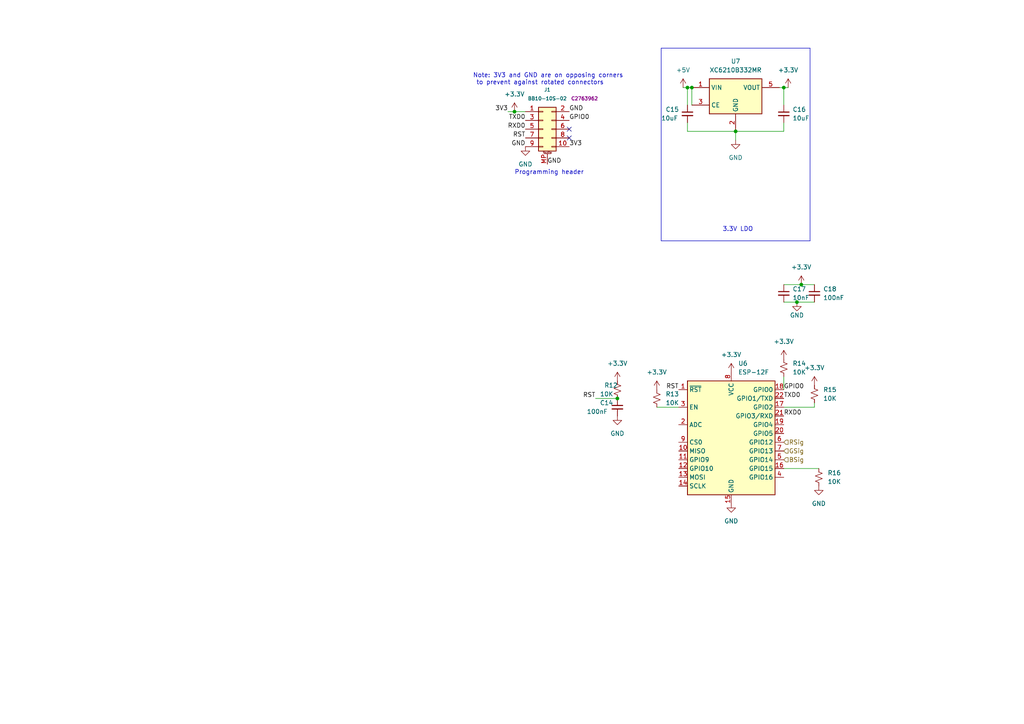
<source format=kicad_sch>
(kicad_sch (version 20230121) (generator eeschema)
  (paper "A4")
  (lib_symbols
    (symbol "Connector_Generic_MountingPin:Conn_02x05_Odd_Even_MountingPin" (pin_names (offset 1.016) hide)
      (property "Reference" "J" (at 1.27 7.62 0))
      (property "Value" "Conn_02x05_Odd_Even_MountingPin" (at 2.54 -7.62 0))
      (symbol "Conn_02x05_Odd_Even_MountingPin_1_1"
        (rectangle (start -1.27 -4.953) (end 0 -5.207) (stroke (width 0.1524)))
        (rectangle (start -1.27 -2.413) (end 0 -2.667) (stroke (width 0.1524)))
        (rectangle (start -1.27 0.127) (end 0 -0.127) (stroke (width 0.1524)))
        (rectangle (start -1.27 2.667) (end 0 2.413) (stroke (width 0.1524)))
        (rectangle (start -1.27 5.207) (end 0 4.953) (stroke (width 0.1524)))
        (rectangle (start -1.27 6.35) (end 3.81 -6.35) (stroke (width 0.254)) (fill (type background)))
        (polyline (pts (xy 0.254 -7.112) (xy 2.286 -7.112)) (stroke (width 0.1524)))
        (rectangle (start 3.81 -4.953) (end 2.54 -5.207) (stroke (width 0.1524)))
        (rectangle (start 3.81 -2.413) (end 2.54 -2.667) (stroke (width 0.1524)))
        (rectangle (start 3.81 0.127) (end 2.54 -0.127) (stroke (width 0.1524)))
        (rectangle (start 3.81 2.667) (end 2.54 2.413) (stroke (width 0.1524)))
        (rectangle (start 3.81 5.207) (end 2.54 4.953) (stroke (width 0.1524)))
        (text "Mounting" (at 1.27 -6.731 0) (effects (font (size 0.381 0.381))))
        (pin passive line (at -5.08 5.08 0) (length 3.81) (name "Pin_1") (number "1"))
        (pin passive line (at 7.62 -5.08 180) (length 3.81) (name "Pin_10") (number "10"))
        (pin passive line (at 7.62 5.08 180) (length 3.81) (name "Pin_2") (number "2"))
        (pin passive line (at -5.08 2.54 0) (length 3.81) (name "Pin_3") (number "3"))
        (pin passive line (at 7.62 2.54 180) (length 3.81) (name "Pin_4") (number "4"))
        (pin passive line (at -5.08 0 0) (length 3.81) (name "Pin_5") (number "5"))
        (pin passive line (at 7.62 0 180) (length 3.81) (name "Pin_6") (number "6"))
        (pin passive line (at -5.08 -2.54 0) (length 3.81) (name "Pin_7") (number "7"))
        (pin passive line (at 7.62 -2.54 180) (length 3.81) (name "Pin_8") (number "8"))
        (pin passive line (at -5.08 -5.08 0) (length 3.81) (name "Pin_9") (number "9"))
        (pin passive line (at 1.27 -10.16 90) (length 3.048) (name "MountPin") (number "MP"))
      )
    )
    (symbol "Device:C_Small" (pin_numbers hide) (pin_names (offset 0.254) hide)
      (property "Reference" "C" (at 0.254 1.778 0))
      (property "Value" "C_Small" (at 0.254 -2.032 0))
      (symbol "C_Small_0_1"
        (polyline (pts (xy -1.524 -0.508) (xy 1.524 -0.508)) (stroke (width 0.3302)))
        (polyline (pts (xy -1.524 0.508) (xy 1.524 0.508)) (stroke (width 0.3048)))
      )
      (symbol "C_Small_1_1"
        (pin passive line (at 0 2.54 270) (length 2.032) (name "~") (number "1"))
        (pin passive line (at 0 -2.54 90) (length 2.032) (name "~") (number "2"))
      )
    )
    (symbol "Device:R_Small_US" (pin_numbers hide) (pin_names (offset 0.254) hide)
      (property "Reference" "R" (at 0.762 0.508 0))
      (property "Value" "R_Small_US" (at 0.762 -1.016 0))
      (symbol "R_Small_US_1_1"
        (polyline (pts (xy 0 0) (xy 1.016 -0.381) (xy 0 -0.762) (xy -1.016 -1.143) (xy 0 -1.524)))
        (polyline (pts (xy 0 1.524) (xy 1.016 1.143) (xy 0 0.762) (xy -1.016 0.381) (xy 0 0)))
        (pin passive line (at 0 2.54 270) (length 1.016) (name "~") (number "1"))
        (pin passive line (at 0 -2.54 90) (length 1.016) (name "~") (number "2"))
      )
    )
    (symbol "RF_Module:ESP-12F"
      (property "Reference" "U" (at -12.7 19.05 0))
      (property "Value" "ESP-12F" (at 12.7 19.05 0))
      (symbol "ESP-12F_0_1"
        (rectangle (start -12.7 17.78) (end 12.7 -15.24) (stroke (width 0.254)) (fill (type background)))
      )
      (symbol "ESP-12F_1_1"
        (pin input line (at -15.24 15.24 0) (length 2.54) (name "~{RST}") (number "1"))
        (pin bidirectional line (at -15.24 -2.54 0) (length 2.54) (name "MISO") (number "10"))
        (pin bidirectional line (at -15.24 -5.08 0) (length 2.54) (name "GPIO9") (number "11"))
        (pin bidirectional line (at -15.24 -7.62 0) (length 2.54) (name "GPIO10") (number "12"))
        (pin bidirectional line (at -15.24 -10.16 0) (length 2.54) (name "MOSI") (number "13"))
        (pin bidirectional line (at -15.24 -12.7 0) (length 2.54) (name "SCLK") (number "14"))
        (pin power_in line (at 0 -17.78 90) (length 2.54) (name "GND") (number "15"))
        (pin bidirectional line (at 15.24 -7.62 180) (length 2.54) (name "GPIO15") (number "16"))
        (pin bidirectional line (at 15.24 10.16 180) (length 2.54) (name "GPIO2") (number "17"))
        (pin bidirectional line (at 15.24 15.24 180) (length 2.54) (name "GPIO0") (number "18"))
        (pin bidirectional line (at 15.24 5.08 180) (length 2.54) (name "GPIO4") (number "19"))
        (pin input line (at -15.24 5.08 0) (length 2.54) (name "ADC") (number "2"))
        (pin bidirectional line (at 15.24 2.54 180) (length 2.54) (name "GPIO5") (number "20"))
        (pin bidirectional line (at 15.24 7.62 180) (length 2.54) (name "GPIO3/RXD") (number "21"))
        (pin bidirectional line (at 15.24 12.7 180) (length 2.54) (name "GPIO1/TXD") (number "22"))
        (pin input line (at -15.24 10.16 0) (length 2.54) (name "EN") (number "3"))
        (pin bidirectional line (at 15.24 -10.16 180) (length 2.54) (name "GPIO16") (number "4"))
        (pin bidirectional line (at 15.24 -5.08 180) (length 2.54) (name "GPIO14") (number "5"))
        (pin bidirectional line (at 15.24 0 180) (length 2.54) (name "GPIO12") (number "6"))
        (pin bidirectional line (at 15.24 -2.54 180) (length 2.54) (name "GPIO13") (number "7"))
        (pin power_in line (at 0 20.32 270) (length 2.54) (name "VCC") (number "8"))
        (pin input line (at -15.24 0 0) (length 2.54) (name "CS0") (number "9"))
      )
    )
    (symbol "Regulator_Linear:XC6210B332MR"
      (property "Reference" "U" (at 0 8.89 0))
      (property "Value" "XC6210B332MR" (at 0 6.35 0))
      (symbol "XC6210B332MR_0_1"
        (rectangle (start -7.62 5.08) (end 7.62 -5.08) (stroke (width 0.254)) (fill (type background)))
      )
      (symbol "XC6210B332MR_1_1"
        (pin power_in line (at -12.7 2.54 0) (length 5.08) (name "VIN") (number "1"))
        (pin power_in line (at 0 -10.16 90) (length 5.08) (name "GND") (number "2"))
        (pin input line (at -12.7 -2.54 0) (length 5.08) (name "CE") (number "3"))
        (pin no_connect line (at 7.62 -2.54 180) (length 5.08) hide (name "NC") (number "4"))
        (pin power_out line (at 12.7 2.54 180) (length 5.08) (name "VOUT") (number "5"))
      )
    )
    (symbol "power:+3.3V" (power) (pin_names (offset 0))
      (property "Value" "+3.3V" (at 0 3.556 0))
      (symbol "+3.3V_0_1"
        (polyline (pts (xy -0.762 1.27) (xy 0 2.54)))
        (polyline (pts (xy 0 0) (xy 0 2.54)))
        (polyline (pts (xy 0 2.54) (xy 0.762 1.27)))
      )
      (symbol "+3.3V_1_1"
        (pin power_in line (at 0 0 90) (length 0) hide (name "+3.3V") (number "1"))
      )
    )
    (symbol "power:+5V" (power) (pin_names (offset 0))
      (property "Value" "+5V" (at 0 3.556 0))
      (symbol "+5V_0_1"
        (polyline (pts (xy -0.762 1.27) (xy 0 2.54)))
        (polyline (pts (xy 0 0) (xy 0 2.54)))
        (polyline (pts (xy 0 2.54) (xy 0.762 1.27)))
      )
      (symbol "+5V_1_1"
        (pin power_in line (at 0 0 90) (length 0) hide (name "+5V") (number "1"))
      )
    )
    (symbol "power:GND" (power) (pin_names (offset 0))
      (property "Value" "GND" (at 0 -3.81 0))
      (symbol "GND_0_1"
        (polyline (pts (xy 0 0) (xy 0 -1.27) (xy 1.27 -1.27) (xy 0 -2.54) (xy -1.27 -1.27) (xy 0 -1.27)))
      )
      (symbol "GND_1_1"
        (pin power_in line (at 0 0 270) (length 0) hide (name "GND") (number "1"))
      )
    )
  )
  (junction (at 232.41 82.55))
  (junction (at 231.14 87.63))
  (junction (at 149.225 32.385))
  (junction (at 227.33 25.4))
  (junction (at 213.36 38.1))
  (junction (at 179.07 115.57))
  (junction (at 199.39 25.4))
  (junction (at 200.66 25.4))
  (no_connect (at 165.1 40.005))
  (no_connect (at 165.1 37.465))
  (wire (pts (xy 227.33 25.4) (xy 228.6 25.4)))
  (wire (pts (xy 200.66 25.4) (xy 200.66 30.48)))
  (wire (pts (xy 226.06 25.4) (xy 227.33 25.4)))
  (wire (pts (xy 198.12 25.4) (xy 199.39 25.4)))
  (wire (pts (xy 227.33 87.63) (xy 231.14 87.63)))
  (polyline (pts (xy 191.77 13.97) (xy 191.77 69.85)))
  (wire (pts (xy 190.5 118.11) (xy 196.85 118.11)))
  (wire (pts (xy 227.33 109.22) (xy 227.33 113.03)))
  (wire (pts (xy 213.36 38.1) (xy 213.36 40.64)))
  (polyline (pts (xy 191.77 13.97) (xy 234.95 13.97)))
  (wire (pts (xy 227.33 118.11) (xy 236.22 118.11)))
  (wire (pts (xy 231.14 87.63) (xy 236.22 87.63)))
  (wire (pts (xy 227.33 135.89) (xy 237.49 135.89)))
  (wire (pts (xy 172.72 115.57) (xy 179.07 115.57)))
  (wire (pts (xy 232.41 82.55) (xy 227.33 82.55)))
  (wire (pts (xy 213.36 38.1) (xy 199.39 38.1)))
  (wire (pts (xy 199.39 38.1) (xy 199.39 35.56)))
  (wire (pts (xy 227.33 35.56) (xy 227.33 38.1)))
  (wire (pts (xy 236.22 118.11) (xy 236.22 116.84)))
  (wire (pts (xy 147.32 32.385) (xy 149.225 32.385)))
  (polyline (pts (xy 234.95 69.85) (xy 234.95 13.97)))
  (polyline (pts (xy 191.77 69.85) (xy 234.95 69.85)))
  (wire (pts (xy 227.33 30.48) (xy 227.33 25.4)))
  (wire (pts (xy 199.39 25.4) (xy 200.66 25.4)))
  (wire (pts (xy 213.36 38.1) (xy 227.33 38.1)))
  (wire (pts (xy 149.225 32.385) (xy 152.4 32.385)))
  (wire (pts (xy 199.39 30.48) (xy 199.39 25.4)))
  (wire (pts (xy 232.41 82.55) (xy 236.22 82.55)))
  (text "Programming header\n" (at 149.225 50.8 0) (effects (font (size 1.27 1.27)) (justify left bottom)))
  (text "3.3V LDO\n" (at 209.55 67.31 0) (effects (font (size 1.27 1.27)) (justify left bottom)))
  (text "Note: 3V3 and GND are on opposing corners\n to prevent against rotated connectors\n" (at 137.16 24.765 0) (effects (font (size 1.27 1.27)) (justify left bottom)))
  (label "GPIO0" (at 227.33 113.03 0))
  (label "RST" (at 172.72 115.57 180))
  (label "RST" (at 152.4 40.005 180))
  (label "RXD0" (at 152.4 37.465 180))
  (label "GND" (at 152.4 42.545 180))
  (label "3V3" (at 147.32 32.385 180))
  (label "RXD0" (at 227.33 120.65 0))
  (label "TXD0" (at 227.33 115.57 0))
  (label "GND" (at 158.75 47.625 0))
  (label "GPIO0" (at 165.1 34.925 0))
  (label "GND" (at 165.1 32.385 0))
  (label "TXD0" (at 152.4 34.925 180))
  (label "RST" (at 196.85 113.03 180))
  (label "3V3" (at 165.1 42.545 0))
  (hierarchical_label "GSig" (shape input) (at 227.33 130.81 0))
  (hierarchical_label "RSig" (shape input) (at 227.33 128.27 0))
  (hierarchical_label "BSig" (shape input) (at 227.33 133.35 0))
  (symbol (lib_id "Device:R_Small_US") (at 237.49 138.43 0) (unit 1)
    (property "Reference" "R16" (at 240.03 137.1599 0) (effects (justify left)))
    (property "Value" "10K" (at 240.03 139.6999 0) (effects (justify left)))
    (property "Footprint" "Resistor_SMD:R_0402_1005Metric" (effects hide))
    (property "LCSC Part Number" "C25744" (effects hide))
    (property "LCSC" "C25744" (effects hide))
  )
  (symbol (lib_id "power:GND") (at 231.14 87.63 0) (unit 1)
    (property "Reference" "#PWR022" (effects hide))
    (property "Value" "GND" (at 231.14 91.44 0))
  )
  (symbol (lib_id "power:+3.3V") (at 149.225 32.385 0) (unit 1)
    (property "Reference" "#PWR010" (effects hide))
    (property "Value" "+3.3V" (at 149.225 27.305 0))
  )
  (symbol (lib_id "Device:C_Small") (at 179.07 118.11 0) (unit 1)
    (property "Reference" "C14" (at 173.99 116.84 0) (effects (justify left)))
    (property "Value" "100nF" (at 170.18 119.38 0) (effects (justify left)))
    (property "Footprint" "Capacitor_SMD:C_0402_1005Metric" (effects hide))
    (property "LCSC Part Number" "C1525" (effects hide))
    (property "LCSC" "C1525" (effects hide))
  )
  (symbol (lib_id "power:GND") (at 179.07 120.65 0) (unit 1)
    (property "Reference" "#PWR014" (effects hide))
    (property "Value" "GND" (at 179.07 125.73 0))
  )
  (symbol (lib_id "Device:R_Small_US") (at 179.07 113.03 180) (unit 1)
    (property "Reference" "R12" (at 175.26 111.76 0) (effects (justify right)))
    (property "Value" "10K" (at 173.99 114.3 0) (effects (justify right)))
    (property "Footprint" "Resistor_SMD:R_0402_1005Metric" (effects hide))
    (property "LCSC Part Number" "C25744" (effects hide))
    (property "LCSC" "C25744" (effects hide))
  )
  (symbol (lib_id "power:+3.3V") (at 212.09 107.95 0) (unit 1)
    (property "Reference" "#PWR017" (effects hide))
    (property "Value" "+3.3V" (at 212.09 102.87 0))
  )
  (symbol (lib_id "Device:C_Small") (at 227.33 85.09 0) (unit 1)
    (property "Reference" "C17" (at 229.87 83.8262 0) (effects (justify left)))
    (property "Value" "10nF" (at 229.87 86.3662 0) (effects (justify left)))
    (property "Footprint" "Capacitor_SMD:C_0402_1005Metric" (effects hide))
    (property "LCSC Part Number" "C15195" (effects hide))
    (property "LCSC" "C15195" (effects hide))
  )
  (symbol (lib_id "power:GND") (at 212.09 146.05 0) (unit 1)
    (property "Reference" "#PWR018" (effects hide))
    (property "Value" "GND" (at 212.09 151.13 0))
  )
  (symbol (lib_id "power:+3.3V") (at 232.41 82.55 0) (unit 1)
    (property "Reference" "#PWR023" (effects hide))
    (property "Value" "+3.3V" (at 232.41 77.47 0))
  )
  (symbol (lib_id "Device:C_Small") (at 236.22 85.09 0) (unit 1)
    (property "Reference" "C18" (at 238.76 83.8262 0) (effects (justify left)))
    (property "Value" "100nF" (at 238.76 86.3662 0) (effects (justify left)))
    (property "Footprint" "Capacitor_SMD:C_0402_1005Metric" (effects hide))
    (property "LCSC Part Number" "C1525" (effects hide))
    (property "LCSC" "C1525" (effects hide))
  )
  (symbol (lib_id "Connector_Generic_MountingPin:Conn_02x05_Odd_Even_MountingPin") (at 157.48 37.465 0) (unit 1)
    (property "Reference" "J1" (at 158.75 26.035 0) (effects (font (size 1 1))))
    (property "Value" "BB10-10S-02" (at 158.75 28.575 0) (effects (font (size 1 1))))
    (property "Footprint" "WS_LCSC_Connectors:YXT-BB10-10S-02" (effects hide))
    (property "LCSC" "C2763962" (at 169.545 28.575 0) (effects (font (size 1 1))))
  )
  (symbol (lib_id "Regulator_Linear:XC6210B332MR") (at 213.36 27.94 0) (unit 1)
    (property "Reference" "U7" (at 213.36 17.78 0))
    (property "Value" "XC6210B332MR" (at 213.36 20.32 0))
    (property "Footprint" "Package_TO_SOT_SMD:SOT-23-5" (effects hide))
    (property "Datasheet" "https://www.torexsemi.com/file/xc6210/XC6210.pdf" (effects hide))
    (property "LCSC Part Number" "C424705" (effects hide))
    (property "LCSC" "C424705" (effects hide))
  )
  (symbol (lib_id "Device:R_Small_US") (at 190.5 115.57 180) (unit 1)
    (property "Reference" "R13" (at 193.04 114.2999 0) (effects (justify right)))
    (property "Value" "10K" (at 193.04 116.8399 0) (effects (justify right)))
    (property "Footprint" "Resistor_SMD:R_0402_1005Metric" (effects hide))
    (property "LCSC Part Number" "C25744" (effects hide))
    (property "LCSC" "C25744" (effects hide))
  )
  (symbol (lib_id "Device:R_Small_US") (at 236.22 114.3 0) (unit 1)
    (property "Reference" "R15" (at 238.76 113.0299 0) (effects (justify left)))
    (property "Value" "10K" (at 238.76 115.5699 0) (effects (justify left)))
    (property "Footprint" "Resistor_SMD:R_0402_1005Metric" (effects hide))
    (property "LCSC Part Number" "C25744" (effects hide))
    (property "LCSC" "C25744" (effects hide))
  )
  (symbol (lib_id "RF_Module:ESP-12F") (at 212.09 128.27 0) (unit 1)
    (property "Reference" "U6" (at 214.1094 105.41 0) (effects (justify left)))
    (property "Value" "ESP-12F" (at 214.1094 107.95 0) (effects (justify left)))
    (property "Footprint" "RF_Module:ESP-12E" (effects hide))
    (property "Datasheet" "http://wiki.ai-thinker.com/_media/esp8266/esp8266_series_modules_user_manual_v1.1.pdf" (effects hide))
  )
  (symbol (lib_id "power:+3.3V") (at 228.6 25.4 0) (unit 1)
    (property "Reference" "#PWR021" (effects hide))
    (property "Value" "+3.3V" (at 228.6 20.32 0))
  )
  (symbol (lib_id "power:GND") (at 213.36 40.64 0) (unit 1)
    (property "Reference" "#PWR019" (effects hide))
    (property "Value" "GND" (at 213.36 45.72 0))
  )
  (symbol (lib_id "power:+3.3V") (at 190.5 113.03 0) (unit 1)
    (property "Reference" "#PWR015" (effects hide))
    (property "Value" "+3.3V" (at 190.5 107.95 0))
  )
  (symbol (lib_id "power:+5V") (at 198.12 25.4 0) (unit 1)
    (property "Reference" "#PWR016" (effects hide))
    (property "Value" "+5V" (at 198.12 20.32 0))
  )
  (symbol (lib_id "power:+3.3V") (at 179.07 110.49 0) (unit 1)
    (property "Reference" "#PWR013" (effects hide))
    (property "Value" "+3.3V" (at 179.07 105.41 0))
  )
  (symbol (lib_id "power:GND") (at 152.4 42.545 0) (unit 1)
    (property "Reference" "#PWR011" (effects hide))
    (property "Value" "GND" (at 152.4 47.625 0))
  )
  (symbol (lib_id "power:+3.3V") (at 236.22 111.76 0) (unit 1)
    (property "Reference" "#PWR024" (effects hide))
    (property "Value" "+3.3V" (at 236.22 106.68 0))
  )
  (symbol (lib_id "Device:C_Small") (at 199.39 33.02 0) (unit 1)
    (property "Reference" "C15" (at 193.04 31.75 0) (effects (justify left)))
    (property "Value" "10uF" (at 191.77 34.29 0) (effects (justify left)))
    (property "Footprint" "Capacitor_SMD:C_0402_1005Metric" (effects hide))
    (property "LCSC Part Number" "C15525" (effects hide))
    (property "LCSC" "C15525" (effects hide))
  )
  (symbol (lib_id "Device:R_Small_US") (at 227.33 106.68 0) (unit 1)
    (property "Reference" "R14" (at 229.87 105.4099 0) (effects (justify left)))
    (property "Value" "10K" (at 229.87 107.9499 0) (effects (justify left)))
    (property "Footprint" "Resistor_SMD:R_0402_1005Metric" (effects hide))
    (property "LCSC Part Number" "C25744" (effects hide))
    (property "LCSC" "C25744" (effects hide))
  )
  (symbol (lib_id "power:GND") (at 237.49 140.97 0) (unit 1)
    (property "Reference" "#PWR025" (effects hide))
    (property "Value" "GND" (at 237.49 146.05 0))
  )
  (symbol (lib_id "power:+3.3V") (at 227.33 104.14 0) (unit 1)
    (property "Reference" "#PWR020" (effects hide))
    (property "Value" "+3.3V" (at 227.33 99.06 0))
  )
  (symbol (lib_id "Device:C_Small") (at 227.33 33.02 0) (unit 1)
    (property "Reference" "C16" (at 229.87 31.7562 0) (effects (justify left)))
    (property "Value" "10uF" (at 229.87 34.2962 0) (effects (justify left)))
    (property "Footprint" "Capacitor_SMD:C_0402_1005Metric" (effects hide))
    (property "LCSC Part Number" "C15525" (effects hide))
    (property "LCSC" "C15525" (effects hide))
  )
)
</source>
